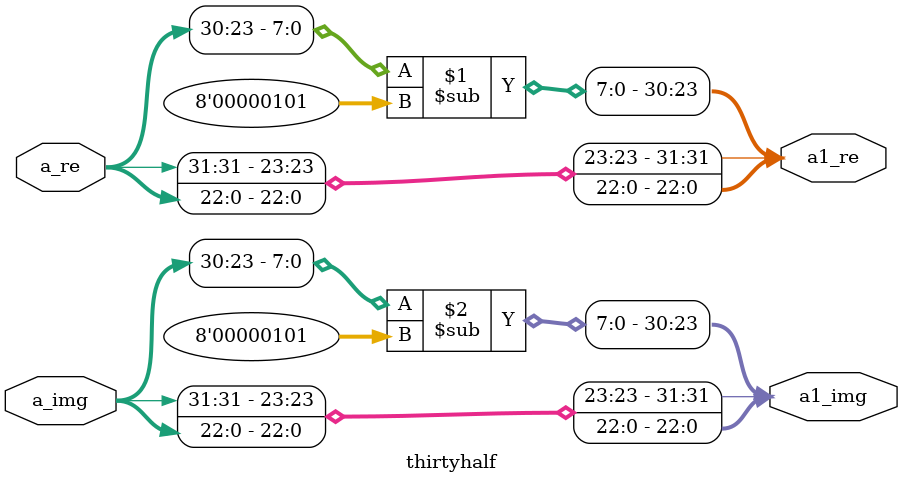
<source format=v>
`timescale 1ns / 1ps
module thirtyhalf(
    input [31:0] a_re,
    input [31:0] a_img,
    output [31:0] a1_re,
    output [31:0] a1_img
    );
assign a1_re[31]=a_re[31],a1_img[31]=a_img[31];
assign a1_re[30:23]=a_re[30:23]-8'b00000101,a1_img[30:23]=a_img[30:23]-8'b00000101;
assign a1_re[22:0]=a_re[22:0],a1_img[22:0]=a_img[22:0];

endmodule

</source>
